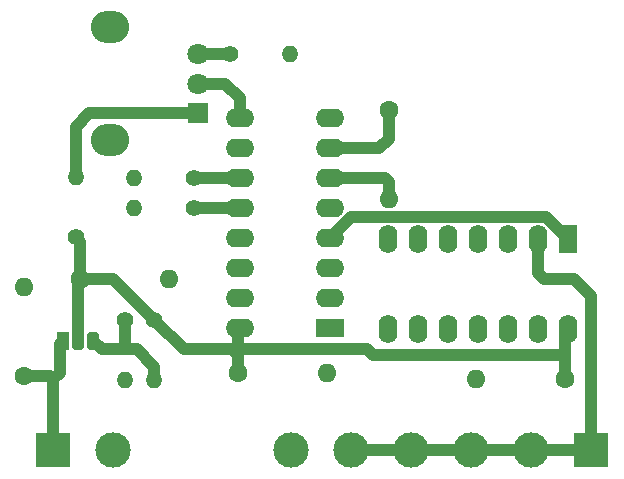
<source format=gtl>
%TF.GenerationSoftware,KiCad,Pcbnew,9.0.5-9.0.5~ubuntu25.04.1*%
%TF.CreationDate,2025-11-06T11:13:40-06:00*%
%TF.ProjectId,Signal_Board,5369676e-616c-45f4-926f-6172642e6b69,rev?*%
%TF.SameCoordinates,Original*%
%TF.FileFunction,Copper,L1,Top*%
%TF.FilePolarity,Positive*%
%FSLAX46Y46*%
G04 Gerber Fmt 4.6, Leading zero omitted, Abs format (unit mm)*
G04 Created by KiCad (PCBNEW 9.0.5-9.0.5~ubuntu25.04.1) date 2025-11-06 11:13:40*
%MOMM*%
%LPD*%
G01*
G04 APERTURE LIST*
G04 Aperture macros list*
%AMRoundRect*
0 Rectangle with rounded corners*
0 $1 Rounding radius*
0 $2 $3 $4 $5 $6 $7 $8 $9 X,Y pos of 4 corners*
0 Add a 4 corners polygon primitive as box body*
4,1,4,$2,$3,$4,$5,$6,$7,$8,$9,$2,$3,0*
0 Add four circle primitives for the rounded corners*
1,1,$1+$1,$2,$3*
1,1,$1+$1,$4,$5*
1,1,$1+$1,$6,$7*
1,1,$1+$1,$8,$9*
0 Add four rect primitives between the rounded corners*
20,1,$1+$1,$2,$3,$4,$5,0*
20,1,$1+$1,$4,$5,$6,$7,0*
20,1,$1+$1,$6,$7,$8,$9,0*
20,1,$1+$1,$8,$9,$2,$3,0*%
G04 Aperture macros list end*
%TA.AperFunction,ComponentPad*%
%ADD10C,1.600000*%
%TD*%
%TA.AperFunction,ComponentPad*%
%ADD11O,1.600000X1.600000*%
%TD*%
%TA.AperFunction,ComponentPad*%
%ADD12R,1.600000X2.400000*%
%TD*%
%TA.AperFunction,ComponentPad*%
%ADD13O,1.600000X2.400000*%
%TD*%
%TA.AperFunction,ComponentPad*%
%ADD14R,3.000000X3.000000*%
%TD*%
%TA.AperFunction,ComponentPad*%
%ADD15C,3.000000*%
%TD*%
%TA.AperFunction,ComponentPad*%
%ADD16RoundRect,0.262500X-0.262500X-0.487500X0.262500X-0.487500X0.262500X0.487500X-0.262500X0.487500X0*%
%TD*%
%TA.AperFunction,ComponentPad*%
%ADD17R,1.050000X1.500000*%
%TD*%
%TA.AperFunction,ComponentPad*%
%ADD18C,1.400000*%
%TD*%
%TA.AperFunction,ComponentPad*%
%ADD19O,1.400000X1.400000*%
%TD*%
%TA.AperFunction,ComponentPad*%
%ADD20R,2.400000X1.600000*%
%TD*%
%TA.AperFunction,ComponentPad*%
%ADD21O,2.400000X1.600000*%
%TD*%
%TA.AperFunction,ComponentPad*%
%ADD22O,3.240000X2.720000*%
%TD*%
%TA.AperFunction,ComponentPad*%
%ADD23R,1.800000X1.800000*%
%TD*%
%TA.AperFunction,ComponentPad*%
%ADD24C,1.800000*%
%TD*%
%TA.AperFunction,Conductor*%
%ADD25C,1.000000*%
%TD*%
G04 APERTURE END LIST*
D10*
%TO.P,C5,1*%
%TO.N,+6V*%
X156250000Y-74500000D03*
D11*
%TO.P,C5,2*%
%TO.N,GND*%
X148750000Y-74500000D03*
%TD*%
D12*
%TO.P,U1,1*%
%TO.N,OSC_Out*%
X156540000Y-62675000D03*
D13*
%TO.P,U1,2*%
%TO.N,/SIG_Out*%
X154000000Y-62675000D03*
%TO.P,U1,3*%
%TO.N,GND*%
X151460000Y-62675000D03*
%TO.P,U1,4*%
X148920000Y-62675000D03*
%TO.P,U1,5*%
X146380000Y-62675000D03*
%TO.P,U1,6*%
X143840000Y-62675000D03*
%TO.P,U1,7,GND*%
X141300000Y-62675000D03*
%TO.P,U1,8*%
X141300000Y-70295000D03*
%TO.P,U1,9*%
X143840000Y-70295000D03*
%TO.P,U1,10*%
X146380000Y-70295000D03*
%TO.P,U1,11*%
X148920000Y-70295000D03*
%TO.P,U1,12*%
X151460000Y-70295000D03*
%TO.P,U1,13*%
X154000000Y-70295000D03*
%TO.P,U1,14,VCC*%
%TO.N,+6V*%
X156540000Y-70295000D03*
%TD*%
D14*
%TO.P,J2,1,Pin_1*%
%TO.N,/SIG_Out*%
X158500000Y-80500000D03*
D15*
%TO.P,J2,2,Pin_2*%
X153420000Y-80500000D03*
%TO.P,J2,3,Pin_3*%
X148340000Y-80500000D03*
%TO.P,J2,4,Pin_4*%
X143260000Y-80500000D03*
%TO.P,J2,5,Pin_5*%
X138180000Y-80500000D03*
%TO.P,J2,6,Pin_6*%
%TO.N,GND*%
X133100000Y-80500000D03*
%TD*%
D16*
%TO.P,U2,1*%
%TO.N,/LDO_ADJ*%
X116290000Y-71250000D03*
D17*
%TO.P,U2,2,IN*%
%TO.N,+9V*%
X113750000Y-71250000D03*
D16*
%TO.P,U2,3,OUT*%
%TO.N,+6V*%
X115020000Y-71250000D03*
%TD*%
D10*
%TO.P,C3,1*%
%TO.N,+6V*%
X115250000Y-66000000D03*
D11*
%TO.P,C3,2*%
%TO.N,GND*%
X122750000Y-66000000D03*
%TD*%
D10*
%TO.P,C1,1*%
%TO.N,/CAP_FB*%
X141360000Y-51750000D03*
D11*
%TO.P,C1,2*%
%TO.N,Net-(U3-C1)*%
X141360000Y-59250000D03*
%TD*%
D18*
%TO.P,R6,1*%
%TO.N,/LDO_ADJ*%
X119000000Y-69510000D03*
D19*
%TO.P,R6,2*%
%TO.N,GND*%
X119000000Y-74590000D03*
%TD*%
D18*
%TO.P,R4,1*%
%TO.N,+6V*%
X114860000Y-62500000D03*
D19*
%TO.P,R4,2*%
%TO.N,Net-(R4-Pad2)*%
X114860000Y-57420000D03*
%TD*%
D18*
%TO.P,R2,1*%
%TO.N,/R2*%
X124850000Y-60000000D03*
D19*
%TO.P,R2,2*%
%TO.N,GND*%
X119770000Y-60000000D03*
%TD*%
D20*
%TO.P,U3,1,PCP*%
%TO.N,unconnected-(U3-PCP-Pad1)*%
X136360000Y-70200000D03*
D21*
%TO.P,U3,2,PC1*%
%TO.N,unconnected-(U3-PC1-Pad2)*%
X136360000Y-67660000D03*
%TO.P,U3,3,RefIn*%
%TO.N,unconnected-(U3-RefIn-Pad3)*%
X136360000Y-65120000D03*
%TO.P,U3,4,FOUT*%
%TO.N,OSC_Out*%
X136360000Y-62580000D03*
%TO.P,U3,5,Inh*%
%TO.N,GND*%
X136360000Y-60040000D03*
%TO.P,U3,6,C1*%
%TO.N,Net-(U3-C1)*%
X136360000Y-57500000D03*
%TO.P,U3,7,C2*%
%TO.N,/CAP_FB*%
X136360000Y-54960000D03*
%TO.P,U3,8,VSS*%
%TO.N,GND*%
X136360000Y-52420000D03*
%TO.P,U3,9,VCOin*%
%TO.N,/VCO_IN*%
X128740000Y-52420000D03*
%TO.P,U3,10,SFout*%
%TO.N,GND*%
X128740000Y-54960000D03*
%TO.P,U3,11,R1*%
%TO.N,/R1*%
X128740000Y-57500000D03*
%TO.P,U3,12,R2*%
%TO.N,/R2*%
X128740000Y-60040000D03*
%TO.P,U3,13,PC2*%
%TO.N,unconnected-(U3-PC2-Pad13)*%
X128740000Y-62580000D03*
%TO.P,U3,14,SigIn*%
%TO.N,unconnected-(U3-SigIn-Pad14)*%
X128740000Y-65120000D03*
%TO.P,U3,15,ZOUT*%
%TO.N,GND*%
X128740000Y-67660000D03*
%TO.P,U3,16,VDD*%
%TO.N,+6V*%
X128740000Y-70200000D03*
%TD*%
D18*
%TO.P,R1,1*%
%TO.N,/R1*%
X124860000Y-57500000D03*
D19*
%TO.P,R1,2*%
%TO.N,GND*%
X119780000Y-57500000D03*
%TD*%
D18*
%TO.P,R5,1*%
%TO.N,+6V*%
X121500000Y-69510000D03*
D19*
%TO.P,R5,2*%
%TO.N,/LDO_ADJ*%
X121500000Y-74590000D03*
%TD*%
D10*
%TO.P,C2,1*%
%TO.N,+9V*%
X110500000Y-74250000D03*
D11*
%TO.P,C2,2*%
%TO.N,GND*%
X110500000Y-66750000D03*
%TD*%
D10*
%TO.P,C4,1*%
%TO.N,+6V*%
X128610000Y-74000000D03*
D11*
%TO.P,C4,2*%
%TO.N,GND*%
X136110000Y-74000000D03*
%TD*%
D22*
%TO.P,RV1,*%
%TO.N,*%
X117725000Y-54300000D03*
X117725000Y-44700000D03*
D23*
%TO.P,RV1,1,1*%
%TO.N,Net-(R4-Pad2)*%
X125225000Y-52000000D03*
D24*
%TO.P,RV1,2,2*%
%TO.N,/VCO_IN*%
X125225000Y-49500000D03*
%TO.P,RV1,3,3*%
%TO.N,Net-(R3-Pad1)*%
X125225000Y-47000000D03*
%TD*%
D18*
%TO.P,R3,1*%
%TO.N,Net-(R3-Pad1)*%
X127920000Y-47000000D03*
D19*
%TO.P,R3,2*%
%TO.N,GND*%
X133000000Y-47000000D03*
%TD*%
D14*
%TO.P,J1,1,Pin_1*%
%TO.N,+9V*%
X112960000Y-80500000D03*
D15*
%TO.P,J1,2,Pin_2*%
%TO.N,GND*%
X118040000Y-80500000D03*
%TD*%
D25*
%TO.N,Net-(U3-C1)*%
X136360000Y-57500000D02*
X141000000Y-57500000D01*
X141000000Y-57500000D02*
X141360000Y-57860000D01*
X141360000Y-57860000D02*
X141360000Y-59250000D01*
%TO.N,+9V*%
X113500000Y-73960000D02*
X112960000Y-74500000D01*
X112710000Y-74250000D02*
X112960000Y-74500000D01*
X112960000Y-74500000D02*
X112960000Y-80500000D01*
X110500000Y-74250000D02*
X112710000Y-74250000D01*
X113750000Y-71250000D02*
X113500000Y-71500000D01*
X113500000Y-71500000D02*
X113500000Y-73960000D01*
%TO.N,+6V*%
X121500000Y-69510000D02*
X123990000Y-72000000D01*
X139500000Y-72000000D02*
X128610000Y-72000000D01*
X115500000Y-66250000D02*
X115250000Y-66000000D01*
X115250000Y-66000000D02*
X115250000Y-62890000D01*
X140000000Y-72500000D02*
X139500000Y-72000000D01*
X128610000Y-72500000D02*
X128610000Y-72000000D01*
X117990000Y-66000000D02*
X121500000Y-69510000D01*
X115020000Y-66230000D02*
X115250000Y-66000000D01*
X128610000Y-72000000D02*
X128610000Y-70330000D01*
X115020000Y-71250000D02*
X115020000Y-66230000D01*
X156250000Y-72500000D02*
X156250000Y-70585000D01*
X156250000Y-74500000D02*
X156250000Y-72500000D01*
X156540000Y-70295000D02*
X156750000Y-70505000D01*
X156250000Y-70585000D02*
X156540000Y-70295000D01*
X128610000Y-70330000D02*
X128740000Y-70200000D01*
X156250000Y-72500000D02*
X140000000Y-72500000D01*
X128110000Y-72000000D02*
X128610000Y-72500000D01*
X115250000Y-66000000D02*
X117990000Y-66000000D01*
X115250000Y-62890000D02*
X114860000Y-62500000D01*
X123990000Y-72000000D02*
X128110000Y-72000000D01*
X128610000Y-74000000D02*
X128610000Y-72500000D01*
%TO.N,GND*%
X119770000Y-57510000D02*
X119780000Y-57500000D01*
%TO.N,Net-(R3-Pad1)*%
X125225000Y-47000000D02*
X127920000Y-47000000D01*
%TO.N,Net-(R4-Pad2)*%
X114860000Y-53140000D02*
X116000000Y-52000000D01*
X114860000Y-57420000D02*
X114860000Y-53140000D01*
X116000000Y-52000000D02*
X125225000Y-52000000D01*
%TO.N,/LDO_ADJ*%
X120000000Y-72000000D02*
X121500000Y-73500000D01*
X121500000Y-73500000D02*
X121500000Y-74590000D01*
X116290000Y-71250000D02*
X117040000Y-72000000D01*
X119000000Y-72000000D02*
X120000000Y-72000000D01*
X117040000Y-72000000D02*
X119000000Y-72000000D01*
X119000000Y-69510000D02*
X119000000Y-72000000D01*
%TO.N,/R1*%
X128740000Y-57500000D02*
X124860000Y-57500000D01*
%TO.N,OSC_Out*%
X136360000Y-62580000D02*
X138165000Y-60775000D01*
X154640000Y-60775000D02*
X156540000Y-62675000D01*
X138165000Y-60775000D02*
X154640000Y-60775000D01*
%TO.N,/R2*%
X124850000Y-60000000D02*
X128700000Y-60000000D01*
X128700000Y-60000000D02*
X128740000Y-60040000D01*
%TO.N,/VCO_IN*%
X127500000Y-49500000D02*
X128740000Y-50740000D01*
X128740000Y-50740000D02*
X128740000Y-52420000D01*
X125225000Y-49500000D02*
X127500000Y-49500000D01*
%TO.N,/CAP_FB*%
X141360000Y-51750000D02*
X141360000Y-54140000D01*
X141360000Y-54140000D02*
X140540000Y-54960000D01*
X140540000Y-54960000D02*
X136360000Y-54960000D01*
%TO.N,/SIG_Out*%
X157000000Y-66000000D02*
X158500000Y-67500000D01*
X158500000Y-80500000D02*
X138180000Y-80500000D01*
X154000000Y-62675000D02*
X154000000Y-65500000D01*
X154000000Y-65500000D02*
X154500000Y-66000000D01*
X158500000Y-67500000D02*
X158500000Y-80500000D01*
X154500000Y-66000000D02*
X157000000Y-66000000D01*
%TD*%
M02*

</source>
